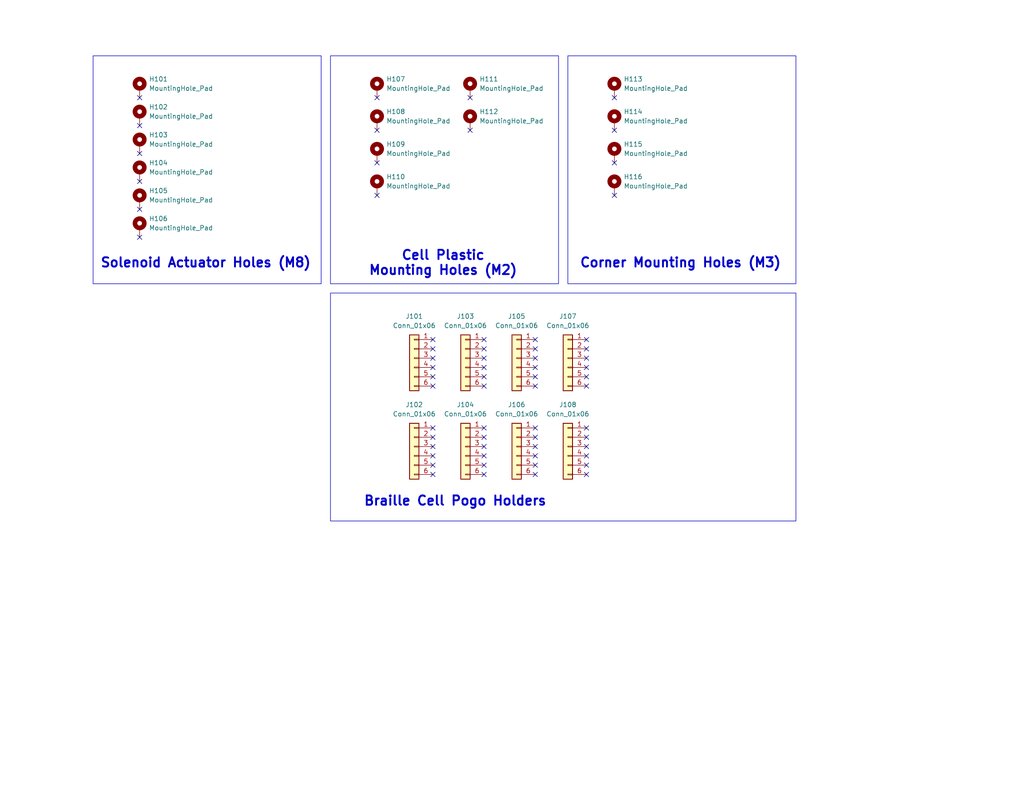
<source format=kicad_sch>
(kicad_sch (version 20231120) (generator "eeschema") (generator_version "8.0")
  (paper "USLetter")
  (lib_symbols
    (symbol "Connector_Generic:Conn_01x06" (pin_names (offset 1.016) hide)
      (property "Reference" "J" (at 0 7.62 0))
      (property "Value" "Conn_01x06" (at 0 -10.16 0))
      (symbol "Conn_01x06_1_1"
        (rectangle (start -1.27 -7.493) (end 0 -7.747) (stroke (width 0.1524)))
        (rectangle (start -1.27 -4.953) (end 0 -5.207) (stroke (width 0.1524)))
        (rectangle (start -1.27 -2.413) (end 0 -2.667) (stroke (width 0.1524)))
        (rectangle (start -1.27 0.127) (end 0 -0.127) (stroke (width 0.1524)))
        (rectangle (start -1.27 2.667) (end 0 2.413) (stroke (width 0.1524)))
        (rectangle (start -1.27 5.207) (end 0 4.953) (stroke (width 0.1524)))
        (rectangle (start -1.27 6.35) (end 1.27 -8.89) (stroke (width 0.254)) (fill (type background)))
        (pin passive line (at -5.08 5.08 0) (length 3.81) (name "Pin_1") (number "1"))
        (pin passive line (at -5.08 2.54 0) (length 3.81) (name "Pin_2") (number "2"))
        (pin passive line (at -5.08 0 0) (length 3.81) (name "Pin_3") (number "3"))
        (pin passive line (at -5.08 -2.54 0) (length 3.81) (name "Pin_4") (number "4"))
        (pin passive line (at -5.08 -5.08 0) (length 3.81) (name "Pin_5") (number "5"))
        (pin passive line (at -5.08 -7.62 0) (length 3.81) (name "Pin_6") (number "6"))
      )
    )
    (symbol "Mechanical:MountingHole_Pad" (pin_numbers hide) (pin_names (offset 1.016) hide) (exclude_from_sim yes) (in_bom no)
      (property "Reference" "H" (at 0 6.35 0))
      (property "Value" "MountingHole_Pad" (at 0 4.445 0))
      (symbol "MountingHole_Pad_0_1"
        (circle (center 0 1.27) (radius 1.27) (stroke (width 1.27)))
      )
      (symbol "MountingHole_Pad_1_1"
        (pin input line (at 0 -2.54 90) (length 2.54) (name "1") (number "1"))
      )
    )
  )
  (no_connect (at 146.05 100.33))
  (no_connect (at 160.02 129.54))
  (no_connect (at 118.11 105.41))
  (no_connect (at 118.11 116.84))
  (no_connect (at 146.05 116.84))
  (no_connect (at 167.64 44.45))
  (no_connect (at 132.08 105.41))
  (no_connect (at 160.02 100.33))
  (no_connect (at 38.1 49.53))
  (no_connect (at 160.02 119.38))
  (no_connect (at 132.08 100.33))
  (no_connect (at 132.08 116.84))
  (no_connect (at 38.1 64.77))
  (no_connect (at 160.02 116.84))
  (no_connect (at 38.1 26.67))
  (no_connect (at 146.05 92.71))
  (no_connect (at 132.08 97.79))
  (no_connect (at 160.02 102.87))
  (no_connect (at 118.11 124.46))
  (no_connect (at 102.87 26.67))
  (no_connect (at 128.27 35.56))
  (no_connect (at 132.08 119.38))
  (no_connect (at 118.11 100.33))
  (no_connect (at 146.05 119.38))
  (no_connect (at 146.05 124.46))
  (no_connect (at 160.02 121.92))
  (no_connect (at 146.05 102.87))
  (no_connect (at 38.1 57.15))
  (no_connect (at 38.1 41.91))
  (no_connect (at 118.11 97.79))
  (no_connect (at 146.05 127))
  (no_connect (at 118.11 92.71))
  (no_connect (at 132.08 92.71))
  (no_connect (at 118.11 129.54))
  (no_connect (at 118.11 95.25))
  (no_connect (at 118.11 121.92))
  (no_connect (at 146.05 95.25))
  (no_connect (at 102.87 35.56))
  (no_connect (at 160.02 97.79))
  (no_connect (at 102.87 44.45))
  (no_connect (at 146.05 129.54))
  (no_connect (at 146.05 97.79))
  (no_connect (at 160.02 95.25))
  (no_connect (at 167.64 26.67))
  (no_connect (at 160.02 124.46))
  (no_connect (at 132.08 124.46))
  (no_connect (at 146.05 121.92))
  (no_connect (at 132.08 95.25))
  (no_connect (at 132.08 121.92))
  (no_connect (at 118.11 119.38))
  (no_connect (at 132.08 127))
  (no_connect (at 132.08 102.87))
  (no_connect (at 102.87 53.34))
  (no_connect (at 167.64 53.34))
  (no_connect (at 128.27 26.67))
  (no_connect (at 160.02 105.41))
  (no_connect (at 167.64 35.56))
  (no_connect (at 118.11 127))
  (no_connect (at 160.02 127))
  (no_connect (at 146.05 105.41))
  (no_connect (at 160.02 92.71))
  (no_connect (at 118.11 102.87))
  (no_connect (at 38.1 34.29))
  (no_connect (at 132.08 129.54))
  (rectangle (start 25.4 15.24) (end 87.63 77.47))
  (rectangle (start 90.17 15.24) (end 152.4 77.47))
  (rectangle (start 90.17 80.01) (end 217.17 142.24))
  (rectangle (start 154.94 15.24) (end 217.17 77.47))
  (text "Solenoid Actuator Holes (M8)" (at 56.134 71.882 0) (effects (font (size 2.54 2.54) (thickness 0.508) (bold yes))))
  (text "Braille Cell Pogo Holders" (at 124.206 136.906 0) (effects (font (size 2.54 2.54) (thickness 0.508) (bold yes))))
  (text "Corner Mounting Holes (M3)" (at 185.674 71.882 0) (effects (font (size 2.54 2.54) (thickness 0.508) (bold yes))))
  (text "Cell Plastic\nMounting Holes (M2)" (at 120.904 71.882 0) (effects (font (size 2.54 2.54) (thickness 0.508) (bold yes))))
  (symbol (lib_id "Mechanical:MountingHole_Pad") (at 167.64 33.02 0) (unit 1) (exclude_from_sim yes) (in_bom no)
    (property "Reference" "H114" (at 170.18 30.4799 0) (effects (justify left)))
    (property "Value" "MountingHole_Pad" (at 170.18 33.0199 0) (effects (justify left)))
    (property "Footprint" "00-lib-footprints:MountingHole_3.2mm_M3_Pad_NoSilk" (effects (hide yes)))
    (property "Description" "Mounting Hole with connection" (effects (hide yes)))
  )
  (symbol (lib_id "Mechanical:MountingHole_Pad") (at 38.1 54.61 0) (unit 1) (exclude_from_sim yes) (in_bom no)
    (property "Reference" "H105" (at 40.64 52.0699 0) (effects (justify left)))
    (property "Value" "MountingHole_Pad" (at 40.64 54.6099 0) (effects (justify left)))
    (property "Footprint" "00-lib-footprints:MountingHole_8mm_Rect_NoSilk" (effects (hide yes)))
    (property "Description" "Mounting Hole with connection" (effects (hide yes)))
  )
  (symbol (lib_id "Mechanical:MountingHole_Pad") (at 102.87 33.02 0) (unit 1) (exclude_from_sim yes) (in_bom no)
    (property "Reference" "H108" (at 105.41 30.4799 0) (effects (justify left)))
    (property "Value" "MountingHole_Pad" (at 105.41 33.0199 0) (effects (justify left)))
    (property "Footprint" "00-lib-footprints:MountingHole_2.2mm_M2_Pad_NoSilk" (effects (hide yes)))
    (property "Description" "Mounting Hole with connection" (effects (hide yes)))
  )
  (symbol (lib_id "Mechanical:MountingHole_Pad") (at 167.64 41.91 0) (unit 1) (exclude_from_sim yes) (in_bom no)
    (property "Reference" "H115" (at 170.18 39.3699 0) (effects (justify left)))
    (property "Value" "MountingHole_Pad" (at 170.18 41.9099 0) (effects (justify left)))
    (property "Footprint" "00-lib-footprints:MountingHole_3.2mm_M3_Pad_NoSilk" (effects (hide yes)))
    (property "Description" "Mounting Hole with connection" (effects (hide yes)))
  )
  (symbol (lib_id "Mechanical:MountingHole_Pad") (at 38.1 24.13 0) (unit 1) (exclude_from_sim yes) (in_bom no)
    (property "Reference" "H101" (at 40.64 21.5899 0) (effects (justify left)))
    (property "Value" "MountingHole_Pad" (at 40.64 24.1299 0) (effects (justify left)))
    (property "Footprint" "00-lib-footprints:MountingHole_8mm_Rect_NoSilk" (effects (hide yes)))
    (property "Description" "Mounting Hole with connection" (effects (hide yes)))
  )
  (symbol (lib_id "Connector_Generic:Conn_01x06") (at 140.97 97.79 0) (mirror y) (unit 1)
    (property "Reference" "J105" (at 140.97 86.36 0))
    (property "Value" "Conn_01x06" (at 140.97 88.9 0))
    (property "Footprint" "00-lib-footprints:Braille_Cell_Pogos_Solder_2.5mmIntra_6.6x10mmInter" (effects (hide yes)))
    (property "Description" "Generic connector, single row, 01x06, script generated (kicad-library-utils/schlib/autogen/connector/)" (effects (hide yes)))
  )
  (symbol (lib_id "Connector_Generic:Conn_01x06") (at 154.94 97.79 0) (mirror y) (unit 1)
    (property "Reference" "J107" (at 154.94 86.36 0))
    (property "Value" "Conn_01x06" (at 154.94 88.9 0))
    (property "Footprint" "00-lib-footprints:Braille_Cell_Pogos_Solder_2.5mmIntra_6.6x10mmInter" (effects (hide yes)))
    (property "Description" "Generic connector, single row, 01x06, script generated (kicad-library-utils/schlib/autogen/connector/)" (effects (hide yes)))
  )
  (symbol (lib_id "Mechanical:MountingHole_Pad") (at 128.27 24.13 0) (unit 1) (exclude_from_sim yes) (in_bom no)
    (property "Reference" "H111" (at 130.81 21.5899 0) (effects (justify left)))
    (property "Value" "MountingHole_Pad" (at 130.81 24.1299 0) (effects (justify left)))
    (property "Footprint" "00-lib-footprints:MountingHole_2.2mm_M2_Pad_NoSilk" (effects (hide yes)))
    (property "Description" "Mounting Hole with connection" (effects (hide yes)))
  )
  (symbol (lib_id "Connector_Generic:Conn_01x06") (at 113.03 121.92 0) (mirror y) (unit 1)
    (property "Reference" "J102" (at 113.03 110.49 0))
    (property "Value" "Conn_01x06" (at 113.03 113.03 0))
    (property "Footprint" "00-lib-footprints:Braille_Cell_Pogos_Solder_2.5mmIntra_6.6x10mmInter" (effects (hide yes)))
    (property "Description" "Generic connector, single row, 01x06, script generated (kicad-library-utils/schlib/autogen/connector/)" (effects (hide yes)))
  )
  (symbol (lib_id "Connector_Generic:Conn_01x06") (at 140.97 121.92 0) (mirror y) (unit 1)
    (property "Reference" "J106" (at 140.97 110.49 0))
    (property "Value" "Conn_01x06" (at 140.97 113.03 0))
    (property "Footprint" "00-lib-footprints:Braille_Cell_Pogos_Solder_2.5mmIntra_6.6x10mmInter" (effects (hide yes)))
    (property "Description" "Generic connector, single row, 01x06, script generated (kicad-library-utils/schlib/autogen/connector/)" (effects (hide yes)))
  )
  (symbol (lib_id "Mechanical:MountingHole_Pad") (at 38.1 62.23 0) (unit 1) (exclude_from_sim yes) (in_bom no)
    (property "Reference" "H106" (at 40.64 59.6899 0) (effects (justify left)))
    (property "Value" "MountingHole_Pad" (at 40.64 62.2299 0) (effects (justify left)))
    (property "Footprint" "00-lib-footprints:MountingHole_8mm_Rect_NoSilk" (effects (hide yes)))
    (property "Description" "Mounting Hole with connection" (effects (hide yes)))
  )
  (symbol (lib_id "Mechanical:MountingHole_Pad") (at 167.64 24.13 0) (unit 1) (exclude_from_sim yes) (in_bom no)
    (property "Reference" "H113" (at 170.18 21.5899 0) (effects (justify left)))
    (property "Value" "MountingHole_Pad" (at 170.18 24.1299 0) (effects (justify left)))
    (property "Footprint" "00-lib-footprints:MountingHole_3.2mm_M3_Pad_NoSilk" (effects (hide yes)))
    (property "Description" "Mounting Hole with connection" (effects (hide yes)))
  )
  (symbol (lib_id "Connector_Generic:Conn_01x06") (at 127 97.79 0) (mirror y) (unit 1)
    (property "Reference" "J103" (at 127 86.36 0))
    (property "Value" "Conn_01x06" (at 127 88.9 0))
    (property "Footprint" "00-lib-footprints:Braille_Cell_Pogos_Solder_2.5mmIntra_6.6x10mmInter" (effects (hide yes)))
    (property "Description" "Generic connector, single row, 01x06, script generated (kicad-library-utils/schlib/autogen/connector/)" (effects (hide yes)))
  )
  (symbol (lib_id "Connector_Generic:Conn_01x06") (at 113.03 97.79 0) (mirror y) (unit 1)
    (property "Reference" "J101" (at 113.03 86.36 0))
    (property "Value" "Conn_01x06" (at 113.03 88.9 0))
    (property "Footprint" "00-lib-footprints:Braille_Cell_Pogos_Solder_2.5mmIntra_6.6x10mmInter" (effects (hide yes)))
    (property "Description" "Generic connector, single row, 01x06, script generated (kicad-library-utils/schlib/autogen/connector/)" (effects (hide yes)))
  )
  (symbol (lib_id "Mechanical:MountingHole_Pad") (at 102.87 41.91 0) (unit 1) (exclude_from_sim yes) (in_bom no)
    (property "Reference" "H109" (at 105.41 39.3699 0) (effects (justify left)))
    (property "Value" "MountingHole_Pad" (at 105.41 41.9099 0) (effects (justify left)))
    (property "Footprint" "00-lib-footprints:MountingHole_2.2mm_M2_Pad_NoSilk" (effects (hide yes)))
    (property "Description" "Mounting Hole with connection" (effects (hide yes)))
  )
  (symbol (lib_id "Connector_Generic:Conn_01x06") (at 154.94 121.92 0) (mirror y) (unit 1)
    (property "Reference" "J108" (at 154.94 110.49 0))
    (property "Value" "Conn_01x06" (at 154.94 113.03 0))
    (property "Footprint" "00-lib-footprints:Braille_Cell_Pogos_Solder_2.5mmIntra_6.6x10mmInter" (effects (hide yes)))
    (property "Description" "Generic connector, single row, 01x06, script generated (kicad-library-utils/schlib/autogen/connector/)" (effects (hide yes)))
  )
  (symbol (lib_id "Mechanical:MountingHole_Pad") (at 38.1 39.37 0) (unit 1) (exclude_from_sim yes) (in_bom no)
    (property "Reference" "H103" (at 40.64 36.8299 0) (effects (justify left)))
    (property "Value" "MountingHole_Pad" (at 40.64 39.3699 0) (effects (justify left)))
    (property "Footprint" "00-lib-footprints:MountingHole_8mm_Rect_NoSilk" (effects (hide yes)))
    (property "Description" "Mounting Hole with connection" (effects (hide yes)))
  )
  (symbol (lib_id "Mechanical:MountingHole_Pad") (at 167.64 50.8 0) (unit 1) (exclude_from_sim yes) (in_bom no)
    (property "Reference" "H116" (at 170.18 48.2599 0) (effects (justify left)))
    (property "Value" "MountingHole_Pad" (at 170.18 50.7999 0) (effects (justify left)))
    (property "Footprint" "00-lib-footprints:MountingHole_3.2mm_M3_Pad_NoSilk" (effects (hide yes)))
    (property "Description" "Mounting Hole with connection" (effects (hide yes)))
  )
  (symbol (lib_id "Mechanical:MountingHole_Pad") (at 38.1 46.99 0) (unit 1) (exclude_from_sim yes) (in_bom no)
    (property "Reference" "H104" (at 40.64 44.4499 0) (effects (justify left)))
    (property "Value" "MountingHole_Pad" (at 40.64 46.9899 0) (effects (justify left)))
    (property "Footprint" "00-lib-footprints:MountingHole_8mm_Rect_NoSilk" (effects (hide yes)))
    (property "Description" "Mounting Hole with connection" (effects (hide yes)))
  )
  (symbol (lib_id "Mechanical:MountingHole_Pad") (at 102.87 24.13 0) (unit 1) (exclude_from_sim yes) (in_bom no)
    (property "Reference" "H107" (at 105.41 21.5899 0) (effects (justify left)))
    (property "Value" "MountingHole_Pad" (at 105.41 24.1299 0) (effects (justify left)))
    (property "Footprint" "00-lib-footprints:MountingHole_2.2mm_M2_Pad_NoSilk" (effects (hide yes)))
    (property "Description" "Mounting Hole with connection" (effects (hide yes)))
  )
  (symbol (lib_id "Mechanical:MountingHole_Pad") (at 38.1 31.75 0) (unit 1) (exclude_from_sim yes) (in_bom no)
    (property "Reference" "H102" (at 40.64 29.2099 0) (effects (justify left)))
    (property "Value" "MountingHole_Pad" (at 40.64 31.7499 0) (effects (justify left)))
    (property "Footprint" "00-lib-footprints:MountingHole_8mm_Rect_NoSilk" (effects (hide yes)))
    (property "Description" "Mounting Hole with connection" (effects (hide yes)))
  )
  (symbol (lib_id "Mechanical:MountingHole_Pad") (at 102.87 50.8 0) (unit 1) (exclude_from_sim yes) (in_bom no)
    (property "Reference" "H110" (at 105.41 48.2599 0) (effects (justify left)))
    (property "Value" "MountingHole_Pad" (at 105.41 50.7999 0) (effects (justify left)))
    (property "Footprint" "00-lib-footprints:MountingHole_2.2mm_M2_Pad_NoSilk" (effects (hide yes)))
    (property "Description" "Mounting Hole with connection" (effects (hide yes)))
  )
  (symbol (lib_id "Mechanical:MountingHole_Pad") (at 128.27 33.02 0) (unit 1) (exclude_from_sim yes) (in_bom no)
    (property "Reference" "H112" (at 130.81 30.4799 0) (effects (justify left)))
    (property "Value" "MountingHole_Pad" (at 130.81 33.0199 0) (effects (justify left)))
    (property "Footprint" "00-lib-footprints:MountingHole_2.2mm_M2_Pad_NoSilk" (effects (hide yes)))
    (property "Description" "Mounting Hole with connection" (effects (hide yes)))
  )
  (symbol (lib_id "Connector_Generic:Conn_01x06") (at 127 121.92 0) (mirror y) (unit 1)
    (property "Reference" "J104" (at 127 110.49 0))
    (property "Value" "Conn_01x06" (at 127 113.03 0))
    (property "Footprint" "00-lib-footprints:Braille_Cell_Pogos_Solder_2.5mmIntra_6.6x10mmInter" (effects (hide yes)))
    (property "Description" "Generic connector, single row, 01x06, script generated (kicad-library-utils/schlib/autogen/connector/)" (effects (hide yes)))
  )
)
</source>
